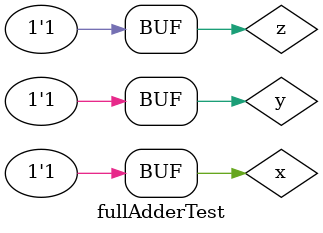
<source format=v>
`timescale 10ns/1ps

module fullAdderTest();

reg x, y, z;
wire sum, carry;

fullAdder fa(.x(x), .y(y), .z(z), .sOut(sum), .cOut(carry));

initial begin
#10 x=0;y=0;z=0;
#10 x=1;y=0;z=0;
#10 x=0;y=1;z=0;
#10 x=0;y=0;z=1;
#10 x=1;y=1;z=0;
#10 x=1;y=0;z=1;
#10 x=0;y=1;z=1;
#10 x=1;y=1;z=1;
end
endmodule

</source>
